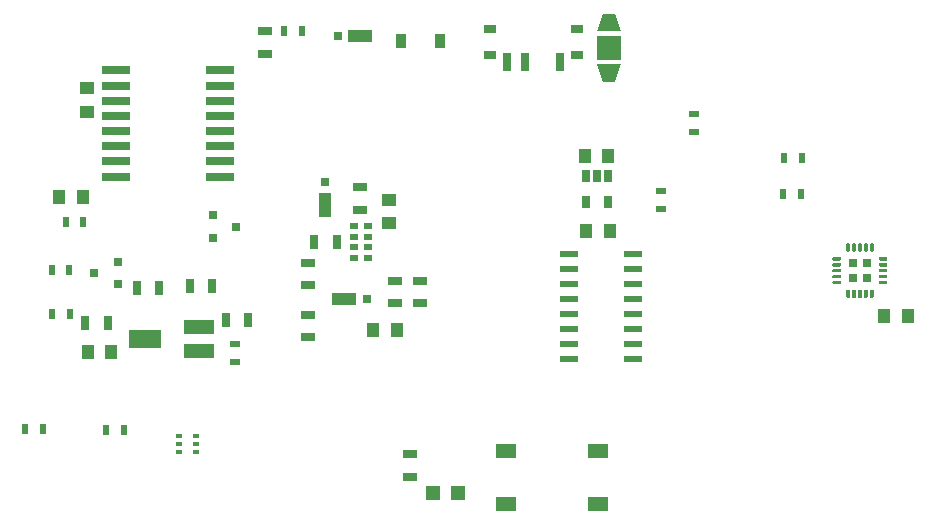
<source format=gtp>
G04 #@! TF.GenerationSoftware,KiCad,Pcbnew,(5.1.9-0-10_14)*
G04 #@! TF.CreationDate,2021-10-24T18:22:32-04:00*
G04 #@! TF.ProjectId,Arducon,41726475-636f-46e2-9e6b-696361645f70,rev?*
G04 #@! TF.SameCoordinates,Original*
G04 #@! TF.FileFunction,Paste,Top*
G04 #@! TF.FilePolarity,Positive*
%FSLAX46Y46*%
G04 Gerber Fmt 4.6, Leading zero omitted, Abs format (unit mm)*
G04 Created by KiCad (PCBNEW (5.1.9-0-10_14)) date 2021-10-24 18:22:32*
%MOMM*%
%LPD*%
G01*
G04 APERTURE LIST*
%ADD10C,0.150000*%
%ADD11R,2.032000X2.032000*%
%ADD12R,0.910000X1.220000*%
%ADD13R,2.000000X1.100000*%
%ADD14R,0.800000X0.800000*%
%ADD15R,1.100000X2.000000*%
%ADD16R,1.198880X1.198880*%
%ADD17R,0.800000X0.500000*%
%ADD18R,1.500000X0.600000*%
%ADD19R,0.750000X0.750000*%
%ADD20R,2.400000X0.800000*%
%ADD21R,2.400000X0.700000*%
%ADD22R,0.500000X0.900000*%
%ADD23R,0.551180X0.299720*%
%ADD24R,1.000000X1.250000*%
%ADD25R,0.700000X1.300000*%
%ADD26R,1.300000X0.700000*%
%ADD27R,2.700000X1.600000*%
%ADD28R,2.500000X1.200000*%
%ADD29R,1.750000X1.300000*%
%ADD30R,0.650000X1.060000*%
%ADD31R,1.250000X1.000000*%
%ADD32R,0.800100X0.800100*%
%ADD33R,0.700000X1.500000*%
%ADD34R,1.000000X0.800000*%
%ADD35R,0.900000X0.500000*%
G04 APERTURE END LIST*
D10*
G36*
X141308000Y-91507000D02*
G01*
X143332000Y-91507000D01*
X142832000Y-93031000D01*
X141808000Y-93031000D01*
X141308000Y-91507000D01*
G37*
G36*
X143320570Y-88701570D02*
G01*
X141319430Y-88701570D01*
X141819430Y-87200430D01*
X142820570Y-87200430D01*
X143320570Y-88701570D01*
G37*
D11*
X142320000Y-90110000D03*
D12*
X124735000Y-89490000D03*
X128005000Y-89490000D03*
D13*
X119930000Y-111330000D03*
D14*
X121830000Y-111330000D03*
D15*
X118240000Y-103400000D03*
D14*
X118240000Y-101500000D03*
D16*
X127400980Y-127820000D03*
X129499020Y-127820000D03*
D17*
X120750000Y-107890000D03*
X120750000Y-106990000D03*
X120750000Y-106090000D03*
X120750000Y-105190000D03*
X121950000Y-107890000D03*
X121950000Y-106990000D03*
X121950000Y-106090000D03*
X121950000Y-105190000D03*
D18*
X138930000Y-107565000D03*
X138930000Y-108835000D03*
X138930000Y-110105000D03*
X138930000Y-111375000D03*
X138930000Y-112645000D03*
X138930000Y-113915000D03*
X138930000Y-115185000D03*
X138930000Y-116455000D03*
X144330000Y-116455000D03*
X144330000Y-115185000D03*
X144330000Y-113915000D03*
X144330000Y-112645000D03*
X144330000Y-111375000D03*
X144330000Y-110105000D03*
X144330000Y-108835000D03*
X144330000Y-107565000D03*
G36*
G01*
X162645000Y-111300000D02*
X162495000Y-111300000D01*
G75*
G02*
X162420000Y-111225000I0J75000D01*
G01*
X162420000Y-110645000D01*
G75*
G02*
X162495000Y-110570000I75000J0D01*
G01*
X162645000Y-110570000D01*
G75*
G02*
X162720000Y-110645000I0J-75000D01*
G01*
X162720000Y-111225000D01*
G75*
G02*
X162645000Y-111300000I-75000J0D01*
G01*
G37*
G36*
G01*
X163145000Y-111300000D02*
X162995000Y-111300000D01*
G75*
G02*
X162920000Y-111225000I0J75000D01*
G01*
X162920000Y-110645000D01*
G75*
G02*
X162995000Y-110570000I75000J0D01*
G01*
X163145000Y-110570000D01*
G75*
G02*
X163220000Y-110645000I0J-75000D01*
G01*
X163220000Y-111225000D01*
G75*
G02*
X163145000Y-111300000I-75000J0D01*
G01*
G37*
G36*
G01*
X163645000Y-111300000D02*
X163495000Y-111300000D01*
G75*
G02*
X163420000Y-111225000I0J75000D01*
G01*
X163420000Y-110645000D01*
G75*
G02*
X163495000Y-110570000I75000J0D01*
G01*
X163645000Y-110570000D01*
G75*
G02*
X163720000Y-110645000I0J-75000D01*
G01*
X163720000Y-111225000D01*
G75*
G02*
X163645000Y-111300000I-75000J0D01*
G01*
G37*
G36*
G01*
X164145000Y-111300000D02*
X163995000Y-111300000D01*
G75*
G02*
X163920000Y-111225000I0J75000D01*
G01*
X163920000Y-110645000D01*
G75*
G02*
X163995000Y-110570000I75000J0D01*
G01*
X164145000Y-110570000D01*
G75*
G02*
X164220000Y-110645000I0J-75000D01*
G01*
X164220000Y-111225000D01*
G75*
G02*
X164145000Y-111300000I-75000J0D01*
G01*
G37*
G36*
G01*
X164645000Y-111300000D02*
X164495000Y-111300000D01*
G75*
G02*
X164420000Y-111225000I0J75000D01*
G01*
X164420000Y-110645000D01*
G75*
G02*
X164495000Y-110570000I75000J0D01*
G01*
X164645000Y-110570000D01*
G75*
G02*
X164720000Y-110645000I0J-75000D01*
G01*
X164720000Y-111225000D01*
G75*
G02*
X164645000Y-111300000I-75000J0D01*
G01*
G37*
G36*
G01*
X165900000Y-109895000D02*
X165900000Y-110045000D01*
G75*
G02*
X165825000Y-110120000I-75000J0D01*
G01*
X165245000Y-110120000D01*
G75*
G02*
X165170000Y-110045000I0J75000D01*
G01*
X165170000Y-109895000D01*
G75*
G02*
X165245000Y-109820000I75000J0D01*
G01*
X165825000Y-109820000D01*
G75*
G02*
X165900000Y-109895000I0J-75000D01*
G01*
G37*
G36*
G01*
X165900000Y-109395000D02*
X165900000Y-109545000D01*
G75*
G02*
X165825000Y-109620000I-75000J0D01*
G01*
X165245000Y-109620000D01*
G75*
G02*
X165170000Y-109545000I0J75000D01*
G01*
X165170000Y-109395000D01*
G75*
G02*
X165245000Y-109320000I75000J0D01*
G01*
X165825000Y-109320000D01*
G75*
G02*
X165900000Y-109395000I0J-75000D01*
G01*
G37*
G36*
G01*
X165900000Y-108895000D02*
X165900000Y-109045000D01*
G75*
G02*
X165825000Y-109120000I-75000J0D01*
G01*
X165245000Y-109120000D01*
G75*
G02*
X165170000Y-109045000I0J75000D01*
G01*
X165170000Y-108895000D01*
G75*
G02*
X165245000Y-108820000I75000J0D01*
G01*
X165825000Y-108820000D01*
G75*
G02*
X165900000Y-108895000I0J-75000D01*
G01*
G37*
G36*
G01*
X165900000Y-108395000D02*
X165900000Y-108545000D01*
G75*
G02*
X165825000Y-108620000I-75000J0D01*
G01*
X165245000Y-108620000D01*
G75*
G02*
X165170000Y-108545000I0J75000D01*
G01*
X165170000Y-108395000D01*
G75*
G02*
X165245000Y-108320000I75000J0D01*
G01*
X165825000Y-108320000D01*
G75*
G02*
X165900000Y-108395000I0J-75000D01*
G01*
G37*
G36*
G01*
X165900000Y-107895000D02*
X165900000Y-108045000D01*
G75*
G02*
X165825000Y-108120000I-75000J0D01*
G01*
X165245000Y-108120000D01*
G75*
G02*
X165170000Y-108045000I0J75000D01*
G01*
X165170000Y-107895000D01*
G75*
G02*
X165245000Y-107820000I75000J0D01*
G01*
X165825000Y-107820000D01*
G75*
G02*
X165900000Y-107895000I0J-75000D01*
G01*
G37*
G36*
G01*
X164645000Y-107370000D02*
X164495000Y-107370000D01*
G75*
G02*
X164420000Y-107295000I0J75000D01*
G01*
X164420000Y-106715000D01*
G75*
G02*
X164495000Y-106640000I75000J0D01*
G01*
X164645000Y-106640000D01*
G75*
G02*
X164720000Y-106715000I0J-75000D01*
G01*
X164720000Y-107295000D01*
G75*
G02*
X164645000Y-107370000I-75000J0D01*
G01*
G37*
G36*
G01*
X164145000Y-107370000D02*
X163995000Y-107370000D01*
G75*
G02*
X163920000Y-107295000I0J75000D01*
G01*
X163920000Y-106715000D01*
G75*
G02*
X163995000Y-106640000I75000J0D01*
G01*
X164145000Y-106640000D01*
G75*
G02*
X164220000Y-106715000I0J-75000D01*
G01*
X164220000Y-107295000D01*
G75*
G02*
X164145000Y-107370000I-75000J0D01*
G01*
G37*
G36*
G01*
X163645000Y-107370000D02*
X163495000Y-107370000D01*
G75*
G02*
X163420000Y-107295000I0J75000D01*
G01*
X163420000Y-106715000D01*
G75*
G02*
X163495000Y-106640000I75000J0D01*
G01*
X163645000Y-106640000D01*
G75*
G02*
X163720000Y-106715000I0J-75000D01*
G01*
X163720000Y-107295000D01*
G75*
G02*
X163645000Y-107370000I-75000J0D01*
G01*
G37*
G36*
G01*
X163145000Y-107370000D02*
X162995000Y-107370000D01*
G75*
G02*
X162920000Y-107295000I0J75000D01*
G01*
X162920000Y-106715000D01*
G75*
G02*
X162995000Y-106640000I75000J0D01*
G01*
X163145000Y-106640000D01*
G75*
G02*
X163220000Y-106715000I0J-75000D01*
G01*
X163220000Y-107295000D01*
G75*
G02*
X163145000Y-107370000I-75000J0D01*
G01*
G37*
G36*
G01*
X162645000Y-107370000D02*
X162495000Y-107370000D01*
G75*
G02*
X162420000Y-107295000I0J75000D01*
G01*
X162420000Y-106715000D01*
G75*
G02*
X162495000Y-106640000I75000J0D01*
G01*
X162645000Y-106640000D01*
G75*
G02*
X162720000Y-106715000I0J-75000D01*
G01*
X162720000Y-107295000D01*
G75*
G02*
X162645000Y-107370000I-75000J0D01*
G01*
G37*
G36*
G01*
X161970000Y-107895000D02*
X161970000Y-108045000D01*
G75*
G02*
X161895000Y-108120000I-75000J0D01*
G01*
X161315000Y-108120000D01*
G75*
G02*
X161240000Y-108045000I0J75000D01*
G01*
X161240000Y-107895000D01*
G75*
G02*
X161315000Y-107820000I75000J0D01*
G01*
X161895000Y-107820000D01*
G75*
G02*
X161970000Y-107895000I0J-75000D01*
G01*
G37*
G36*
G01*
X161970000Y-108395000D02*
X161970000Y-108545000D01*
G75*
G02*
X161895000Y-108620000I-75000J0D01*
G01*
X161315000Y-108620000D01*
G75*
G02*
X161240000Y-108545000I0J75000D01*
G01*
X161240000Y-108395000D01*
G75*
G02*
X161315000Y-108320000I75000J0D01*
G01*
X161895000Y-108320000D01*
G75*
G02*
X161970000Y-108395000I0J-75000D01*
G01*
G37*
G36*
G01*
X161970000Y-108895000D02*
X161970000Y-109045000D01*
G75*
G02*
X161895000Y-109120000I-75000J0D01*
G01*
X161315000Y-109120000D01*
G75*
G02*
X161240000Y-109045000I0J75000D01*
G01*
X161240000Y-108895000D01*
G75*
G02*
X161315000Y-108820000I75000J0D01*
G01*
X161895000Y-108820000D01*
G75*
G02*
X161970000Y-108895000I0J-75000D01*
G01*
G37*
G36*
G01*
X161970000Y-109395000D02*
X161970000Y-109545000D01*
G75*
G02*
X161895000Y-109620000I-75000J0D01*
G01*
X161315000Y-109620000D01*
G75*
G02*
X161240000Y-109545000I0J75000D01*
G01*
X161240000Y-109395000D01*
G75*
G02*
X161315000Y-109320000I75000J0D01*
G01*
X161895000Y-109320000D01*
G75*
G02*
X161970000Y-109395000I0J-75000D01*
G01*
G37*
G36*
G01*
X161970000Y-109895000D02*
X161970000Y-110045000D01*
G75*
G02*
X161895000Y-110120000I-75000J0D01*
G01*
X161315000Y-110120000D01*
G75*
G02*
X161240000Y-110045000I0J75000D01*
G01*
X161240000Y-109895000D01*
G75*
G02*
X161315000Y-109820000I75000J0D01*
G01*
X161895000Y-109820000D01*
G75*
G02*
X161970000Y-109895000I0J-75000D01*
G01*
G37*
D19*
X164195000Y-108345000D03*
X162945000Y-108345000D03*
X164195000Y-109595000D03*
X162945000Y-109595000D03*
D20*
X100620000Y-92015000D03*
D21*
X100620000Y-93335000D03*
X100620000Y-94605000D03*
X100620000Y-95875000D03*
X100620000Y-97145000D03*
X100620000Y-98415000D03*
X100620000Y-99685000D03*
D20*
X100620000Y-101005000D03*
X109420000Y-101005000D03*
D21*
X109420000Y-99685000D03*
X109420000Y-98415000D03*
X109420000Y-97145000D03*
X109420000Y-95875000D03*
X109420000Y-94605000D03*
X109420000Y-93335000D03*
D20*
X109420000Y-92015000D03*
D22*
X96310000Y-104850000D03*
X97810000Y-104850000D03*
D23*
X107348820Y-124300380D03*
X107348820Y-123650000D03*
X107348820Y-122999620D03*
X105911180Y-122999620D03*
X105911180Y-123650000D03*
X105911180Y-124300380D03*
D24*
X122350000Y-114000000D03*
X124350000Y-114000000D03*
X97770000Y-102710000D03*
X95770000Y-102710000D03*
X142270000Y-99270000D03*
X140270000Y-99270000D03*
X140390000Y-105600000D03*
X142390000Y-105600000D03*
X100200000Y-115890000D03*
X98200000Y-115890000D03*
X167600000Y-112780000D03*
X165600000Y-112780000D03*
D25*
X117390000Y-106510000D03*
X119290000Y-106510000D03*
D26*
X124240000Y-109820000D03*
X124240000Y-111720000D03*
X116860000Y-110200000D03*
X116860000Y-108300000D03*
X116840000Y-114590000D03*
X116840000Y-112690000D03*
D25*
X102330000Y-110420000D03*
X104230000Y-110420000D03*
X109870000Y-113180000D03*
X111770000Y-113180000D03*
X98000000Y-113360000D03*
X99900000Y-113360000D03*
D27*
X103070000Y-114730000D03*
D28*
X107570000Y-115730000D03*
X107570000Y-113730000D03*
D29*
X141410000Y-124210000D03*
X133610000Y-124210000D03*
X133610000Y-128710000D03*
X141410000Y-128710000D03*
D30*
X142280000Y-100980000D03*
X141330000Y-100980000D03*
X140380000Y-100980000D03*
X140380000Y-103180000D03*
X142280000Y-103180000D03*
D26*
X113210000Y-90610000D03*
X113210000Y-88710000D03*
D31*
X123660000Y-104950000D03*
X123660000Y-102950000D03*
D26*
X126300000Y-109820000D03*
X126300000Y-111720000D03*
D32*
X100750760Y-110110000D03*
X100750760Y-108210000D03*
X98751780Y-109160000D03*
X108779240Y-104280000D03*
X108779240Y-106180000D03*
X110778220Y-105230000D03*
D26*
X121220000Y-103820000D03*
X121220000Y-101920000D03*
D25*
X106820000Y-110240000D03*
X108720000Y-110240000D03*
D33*
X138190000Y-91335000D03*
X135190000Y-91335000D03*
X133690000Y-91335000D03*
D34*
X139590000Y-88485000D03*
X132290000Y-88485000D03*
X132290000Y-90685000D03*
X139590000Y-90685000D03*
D26*
X125450000Y-124500000D03*
X125450000Y-126400000D03*
D22*
X96650000Y-112660000D03*
X95150000Y-112660000D03*
X95130000Y-108930000D03*
X96630000Y-108930000D03*
D35*
X149530000Y-97220000D03*
X149530000Y-95720000D03*
D22*
X158630000Y-99400000D03*
X157130000Y-99400000D03*
D35*
X146740000Y-103740000D03*
X146740000Y-102240000D03*
D22*
X157080000Y-102480000D03*
X158580000Y-102480000D03*
D31*
X98140000Y-93500000D03*
X98140000Y-95500000D03*
D22*
X116320000Y-88700000D03*
X114820000Y-88700000D03*
X94400000Y-122410000D03*
X92900000Y-122410000D03*
D35*
X110630000Y-115190000D03*
X110630000Y-116690000D03*
D22*
X99770000Y-122430000D03*
X101270000Y-122430000D03*
D14*
X119340000Y-89100000D03*
D13*
X121240000Y-89100000D03*
M02*

</source>
